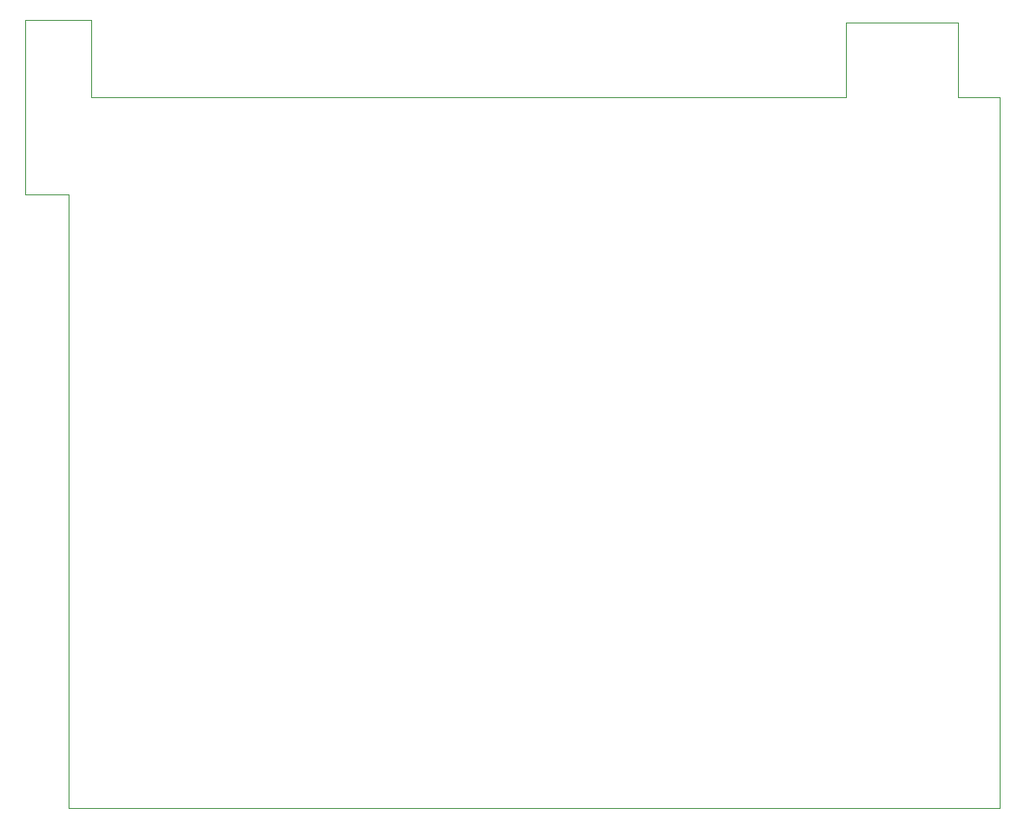
<source format=gm1>
%TF.GenerationSoftware,KiCad,Pcbnew,(6.0.6)*%
%TF.CreationDate,2022-12-14T08:05:18+09:00*%
%TF.ProjectId,split-mini__right,73706c69-742d-46d6-996e-695f5f726967,rev?*%
%TF.SameCoordinates,Original*%
%TF.FileFunction,Profile,NP*%
%FSLAX46Y46*%
G04 Gerber Fmt 4.6, Leading zero omitted, Abs format (unit mm)*
G04 Created by KiCad (PCBNEW (6.0.6)) date 2022-12-14 08:05:18*
%MOMM*%
%LPD*%
G01*
G04 APERTURE LIST*
%TA.AperFunction,Profile*%
%ADD10C,0.100000*%
%TD*%
G04 APERTURE END LIST*
D10*
X26100000Y-26400000D02*
X26100000Y-18900000D01*
X19600000Y-18900000D02*
X19600000Y-35900000D01*
X23825000Y-95725000D02*
X114600000Y-95725000D01*
X114600000Y-26400000D02*
X110600000Y-26400000D01*
X99600000Y-19100000D02*
X99600000Y-26400000D01*
X23825000Y-35900000D02*
X19600000Y-35900000D01*
X23825000Y-35900000D02*
X23825000Y-95725000D01*
X110600000Y-19100000D02*
X99600000Y-19100000D01*
X26100000Y-18900000D02*
X19600000Y-18900000D01*
X114600000Y-95725000D02*
X114600000Y-26400000D01*
X99600000Y-26400000D02*
X26100000Y-26400000D01*
X110600000Y-26400000D02*
X110600000Y-19100000D01*
M02*

</source>
